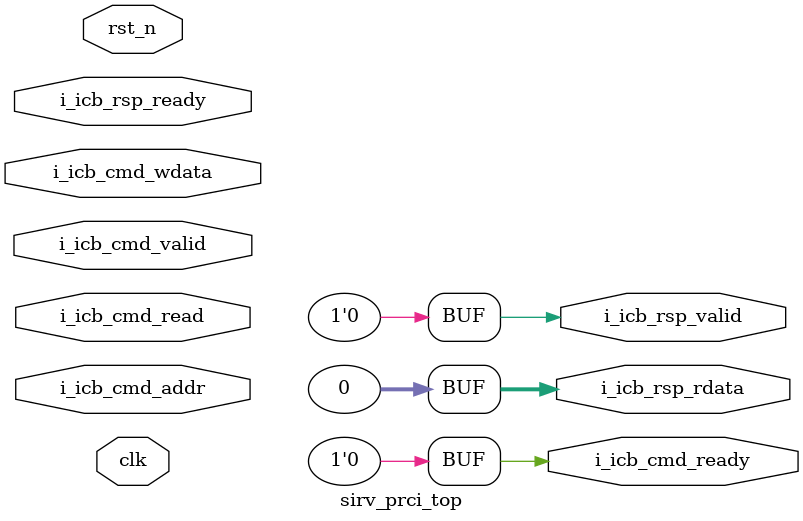
<source format=v>
 /*                                                                      
 Copyright 2017 Silicon Integrated Microelectronics, Inc.                
                                                                         
 Licensed under the Apache License, Version 2.0 (the "License");         
 you may not use this file except in compliance with the License.        
 You may obtain a copy of the License at                                 
                                                                         
     http://www.apache.org/licenses/LICENSE-2.0                          
                                                                         
  Unless required by applicable law or agreed to in writing, software    
 distributed under the License is distributed on an "AS IS" BASIS,       
 WITHOUT WARRANTIES OR CONDITIONS OF ANY KIND, either express or implied.
 See the License for the specific language governing permissions and     
 limitations under the License.                                          
 */                                                                      
                                                                         
                                                                         
                                                                         
//=====================================================================
//--        _______   ___
//--       (   ____/ /__/
//--        \ \     __
//--     ____\ \   / /
//--    /_______\ /_/   MICROELECTRONICS
//--
//=====================================================================
//
// Designer   : Bob Hu
//
// Description:
//  The top level module of prci
//
// ====================================================================

module sirv_prci_top(
  input   clk,
  input   rst_n,

  input                      i_icb_cmd_valid,
  output                     i_icb_cmd_ready,
  input  [32-1:0]            i_icb_cmd_addr, 
  input                      i_icb_cmd_read, 
  input  [32-1:0]            i_icb_cmd_wdata,
  
  output                     i_icb_rsp_valid,
  input                      i_icb_rsp_ready,
  output [32-1:0]            i_icb_rsp_rdata 

);

  assign i_icb_cmd_ready = 1'b0;
  
  assign i_icb_rsp_valid = 1'b0;
  assign i_icb_rsp_rdata = 32'b0;

  // In FPGA platform this module is just an empty wrapper

endmodule

</source>
